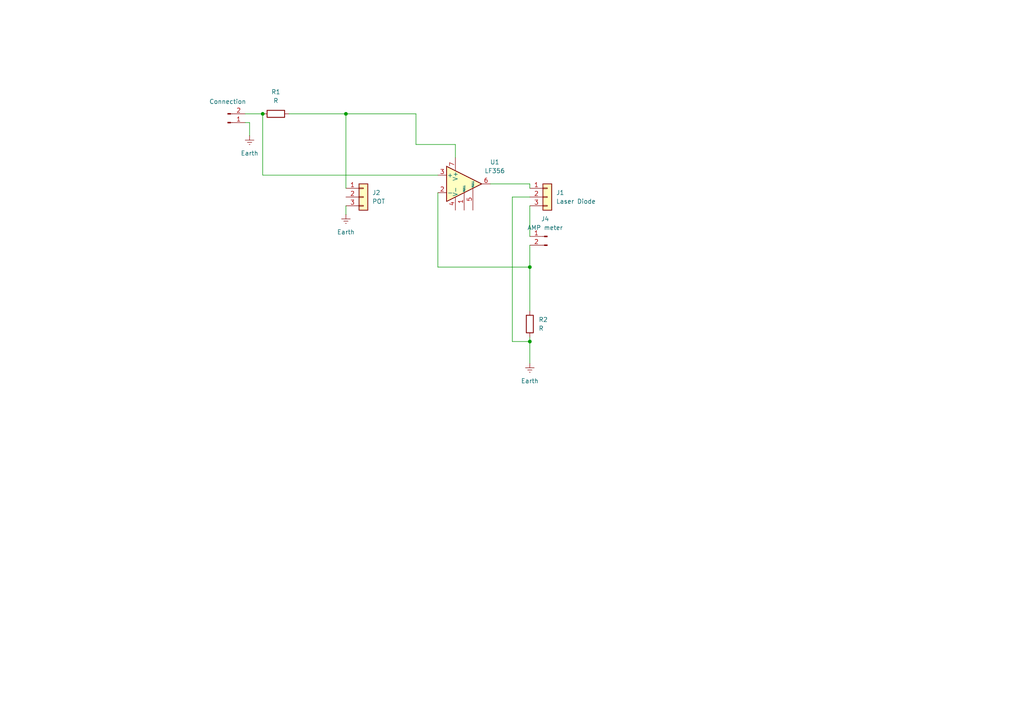
<source format=kicad_sch>
(kicad_sch (version 20231120) (generator "eeschema") (generator_version "8.0")
  (paper "A4")
  (lib_symbols
    (symbol "Amplifier_Operational:LF356" (pin_names (offset 0.127))
      (property "Reference" "U" (at 0 6.35 0))
      (property "Value" "LF356" (at 0 3.81 0))
      (symbol "LF356_0_1"
        (polyline (pts (xy -5.08 5.08) (xy 5.08 0) (xy -5.08 -5.08) (xy -5.08 5.08)) (stroke (width 0.254)) (fill (type background)))
      )
      (symbol "LF356_1_1"
        (pin input line (at 0 -7.62 90) (length 5.08) (name "NULL") (number "1"))
        (pin input line (at -7.62 -2.54 0) (length 2.54) (name "-") (number "2"))
        (pin input line (at -7.62 2.54 0) (length 2.54) (name "+") (number "3"))
        (pin power_in line (at -2.54 -7.62 90) (length 3.81) (name "V-") (number "4"))
        (pin input line (at 2.54 -7.62 90) (length 6.35) (name "NULL") (number "5"))
        (pin output line (at 7.62 0 180) (length 2.54) (name "~") (number "6"))
        (pin power_in line (at -2.54 7.62 270) (length 3.81) (name "V+") (number "7"))
        (pin no_connect line (at 0 2.54 270) (length 2.54) hide (name "NC") (number "8"))
      )
    )
    (symbol "Connector:Conn_01x02_Pin" (pin_names (offset 1.016) hide)
      (property "Reference" "J" (at 0 2.54 0))
      (property "Value" "Conn_01x02_Pin" (at 0 -5.08 0))
      (symbol "Conn_01x02_Pin_1_1"
        (polyline (pts (xy 1.27 -2.54) (xy 0.8636 -2.54)) (stroke (width 0.1524)))
        (polyline (pts (xy 1.27 0) (xy 0.8636 0)) (stroke (width 0.1524)))
        (rectangle (start 0.8636 -2.413) (end 0 -2.667) (stroke (width 0.1524)) (fill (type outline)))
        (rectangle (start 0.8636 0.127) (end 0 -0.127) (stroke (width 0.1524)) (fill (type outline)))
        (pin passive line (at 5.08 0 180) (length 3.81) (name "Pin_1") (number "1"))
        (pin passive line (at 5.08 -2.54 180) (length 3.81) (name "Pin_2") (number "2"))
      )
    )
    (symbol "Connector_Generic:Conn_01x03" (pin_names (offset 1.016) hide)
      (property "Reference" "J" (at 0 5.08 0))
      (property "Value" "Conn_01x03" (at 0 -5.08 0))
      (symbol "Conn_01x03_1_1"
        (rectangle (start -1.27 -2.413) (end 0 -2.667) (stroke (width 0.1524)))
        (rectangle (start -1.27 0.127) (end 0 -0.127) (stroke (width 0.1524)))
        (rectangle (start -1.27 2.667) (end 0 2.413) (stroke (width 0.1524)))
        (rectangle (start -1.27 3.81) (end 1.27 -3.81) (stroke (width 0.254)) (fill (type background)))
        (pin passive line (at -5.08 2.54 0) (length 3.81) (name "Pin_1") (number "1"))
        (pin passive line (at -5.08 0 0) (length 3.81) (name "Pin_2") (number "2"))
        (pin passive line (at -5.08 -2.54 0) (length 3.81) (name "Pin_3") (number "3"))
      )
    )
    (symbol "Device:R" (pin_numbers hide) (pin_names (offset 0))
      (property "Reference" "R" (at 2.032 0 90))
      (property "Value" "R" (at 0 0 90))
      (symbol "R_0_1"
        (rectangle (start -1.016 -2.54) (end 1.016 2.54) (stroke (width 0.254)))
      )
      (symbol "R_1_1"
        (pin passive line (at 0 3.81 270) (length 1.27) (name "~") (number "1"))
        (pin passive line (at 0 -3.81 90) (length 1.27) (name "~") (number "2"))
      )
    )
    (symbol "power:Earth" (power) (pin_numbers hide) (pin_names (offset 0) hide)
      (property "Value" "Earth" (at 0 -3.81 0))
      (symbol "Earth_0_1"
        (polyline (pts (xy -0.635 -1.905) (xy 0.635 -1.905)))
        (polyline (pts (xy -0.127 -2.54) (xy 0.127 -2.54)))
        (polyline (pts (xy 0 -1.27) (xy 0 0)))
        (polyline (pts (xy 1.27 -1.27) (xy -1.27 -1.27)))
      )
      (symbol "Earth_1_1"
        (pin power_in line (at 0 0 270) (length 0) (name "~") (number "1"))
      )
    )
  )
  (junction (at 100.33 33.02))
  (junction (at 76.2 33.02))
  (junction (at 153.67 99.06))
  (junction (at 153.67 77.47))
  (wire (pts (xy 83.82 33.02) (xy 100.33 33.02)))
  (wire (pts (xy 153.67 97.79) (xy 153.67 99.06)))
  (wire (pts (xy 153.67 99.06) (xy 153.67 105.41)))
  (wire (pts (xy 76.2 50.8) (xy 127 50.8)))
  (wire (pts (xy 120.65 41.91) (xy 132.08 41.91)))
  (wire (pts (xy 76.2 50.8) (xy 76.2 33.02)))
  (wire (pts (xy 100.33 33.02) (xy 100.33 54.61)))
  (wire (pts (xy 153.67 77.47) (xy 153.67 90.17)))
  (wire (pts (xy 100.33 33.02) (xy 120.65 33.02)))
  (wire (pts (xy 132.08 41.91) (xy 132.08 45.72)))
  (wire (pts (xy 153.67 59.69) (xy 153.67 68.58)))
  (wire (pts (xy 71.12 35.56) (xy 72.39 35.56)))
  (wire (pts (xy 153.67 53.34) (xy 153.67 54.61)))
  (wire (pts (xy 127 77.47) (xy 153.67 77.47)))
  (wire (pts (xy 71.12 33.02) (xy 76.2 33.02)))
  (wire (pts (xy 72.39 35.56) (xy 72.39 39.37)))
  (wire (pts (xy 148.59 99.06) (xy 153.67 99.06)))
  (wire (pts (xy 142.24 53.34) (xy 153.67 53.34)))
  (wire (pts (xy 148.59 57.15) (xy 148.59 99.06)))
  (wire (pts (xy 127 55.88) (xy 127 77.47)))
  (wire (pts (xy 153.67 71.12) (xy 153.67 77.47)))
  (wire (pts (xy 120.65 33.02) (xy 120.65 41.91)))
  (wire (pts (xy 148.59 57.15) (xy 153.67 57.15)))
  (wire (pts (xy 100.33 59.69) (xy 100.33 62.23)))
  (symbol (lib_id "Amplifier_Operational:LF356") (at 134.62 53.34 0) (unit 1)
    (property "Reference" "U1" (at 143.51 47.0214 0))
    (property "Value" "LF356" (at 143.51 49.5614 0))
    (property "Footprint" "CONN_3:DIP794W53P254L959H508Q8N" (effects (hide yes)))
    (property "Datasheet" "http://www.ti.com/lit/ds/symlink/lf357.pdf" (effects (hide yes)))
    (property "Description" "Single JFET Input Operational Amplifiers, DIP-8/SOIC-8" (effects (hide yes)))
  )
  (symbol (lib_id "Device:R") (at 80.01 33.02 270) (unit 1)
    (property "Reference" "R1" (at 80.01 26.67 90))
    (property "Value" "R" (at 80.01 29.21 90))
    (property "Footprint" "Resistor_THT:R_Axial_DIN0207_L6.3mm_D2.5mm_P10.16mm_Horizontal" (effects (hide yes)))
    (property "Description" "Resistor" (effects (hide yes)))
  )
  (symbol (lib_id "power:Earth") (at 72.39 39.37 0) (unit 1)
    (property "Reference" "#PWR02" (effects (hide yes)))
    (property "Value" "Earth" (at 72.39 44.45 0))
    (property "Description" "Power symbol creates a global label with name \"Earth\"" (effects (hide yes)))
  )
  (symbol (lib_id "Connector_Generic:Conn_01x03") (at 105.41 57.15 0) (unit 1)
    (property "Reference" "J2" (at 107.95 55.8799 0) (effects (justify left)))
    (property "Value" "POT" (at 107.95 58.4199 0) (effects (justify left)))
    (property "Footprint" "CONN_3:PinHeader_1x03_P2.54mm_Vertical" (effects (hide yes)))
    (property "Description" "Generic connector, single row, 01x03, script generated (kicad-library-utils/schlib/autogen/connector/)" (effects (hide yes)))
  )
  (symbol (lib_id "Connector:Conn_01x02_Pin") (at 158.75 68.58 0) (mirror y) (unit 1)
    (property "Reference" "J4" (at 158.115 63.5 0))
    (property "Value" "AMP meter" (at 158.115 66.04 0))
    (property "Footprint" "Connector_PinHeader_2.54mm:PinHeader_1x02_P2.54mm_Vertical" (effects (hide yes)))
    (property "Description" "Generic connector, single row, 01x02, script generated" (effects (hide yes)))
  )
  (symbol (lib_id "Connector_Generic:Conn_01x03") (at 158.75 57.15 0) (unit 1)
    (property "Reference" "J1" (at 161.29 55.8799 0) (effects (justify left)))
    (property "Value" "Laser Diode" (at 161.29 58.4199 0) (effects (justify left)))
    (property "Footprint" "CONN_3:PinHeader_1x03_P2.54mm_Vertical" (effects (hide yes)))
    (property "Description" "Generic connector, single row, 01x03, script generated (kicad-library-utils/schlib/autogen/connector/)" (effects (hide yes)))
  )
  (symbol (lib_id "Connector:Conn_01x02_Pin") (at 66.04 35.56 0) (mirror x) (unit 1)
    (property "Reference" "J3" (effects (hide yes)))
    (property "Value" "Connection" (at 66.04 29.464 0))
    (property "Footprint" "Connector_PinHeader_2.54mm:PinHeader_1x02_P2.54mm_Vertical" (effects (hide yes)))
    (property "Description" "Generic connector, single row, 01x02, script generated" (effects (hide yes)))
  )
  (symbol (lib_id "Device:R") (at 153.67 93.98 0) (unit 1)
    (property "Reference" "R2" (at 156.21 92.7099 0) (effects (justify left)))
    (property "Value" "R" (at 156.21 95.2499 0) (effects (justify left)))
    (property "Footprint" "Resistor_THT:R_Axial_DIN0207_L6.3mm_D2.5mm_P10.16mm_Horizontal" (effects (hide yes)))
    (property "Description" "Resistor" (effects (hide yes)))
  )
  (symbol (lib_id "power:Earth") (at 153.67 105.41 0) (unit 1)
    (property "Reference" "#PWR01" (effects (hide yes)))
    (property "Value" "Earth" (at 153.67 110.49 0))
    (property "Description" "Power symbol creates a global label with name \"Earth\"" (effects (hide yes)))
  )
  (symbol (lib_id "power:Earth") (at 100.33 62.23 0) (unit 1)
    (property "Reference" "#PWR03" (effects (hide yes)))
    (property "Value" "Earth" (at 100.33 67.31 0))
    (property "Description" "Power symbol creates a global label with name \"Earth\"" (effects (hide yes)))
  )
)
</source>
